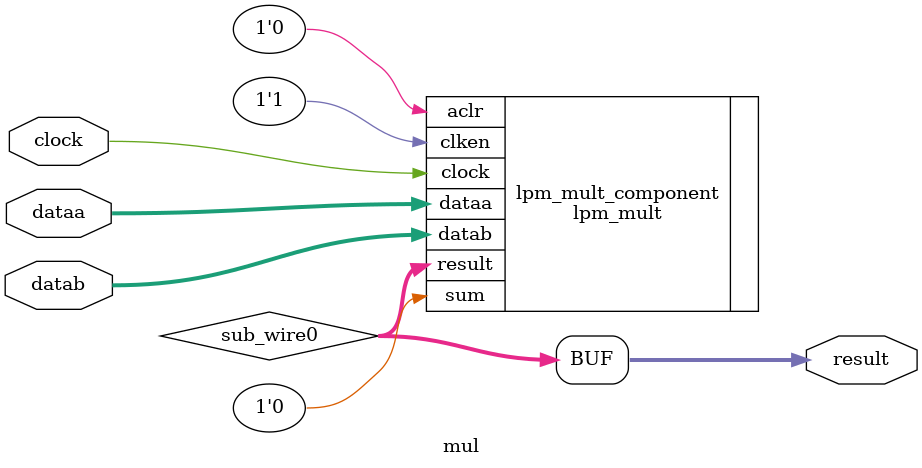
<source format=v>
module mul (
	clock,
	dataa,
	datab,
	result);
	input	  clock;
	input	[9:0]  dataa;
	input	[17:0]  datab;
	output	[9:0]  result;
	wire [9:0] sub_wire0;
	wire [9:0] result = sub_wire0[9:0];
	lpm_mult	lpm_mult_component (
				.clock (clock),
				.dataa (dataa),
				.datab (datab),
				.result (sub_wire0),
				.aclr (1'b0),
				.clken (1'b1),
				.sum (1'b0));
	defparam
		lpm_mult_component.lpm_hint = "DEDICATED_MULTIPLIER_CIRCUITRY=YES,MAXIMIZE_SPEED=5",
		lpm_mult_component.lpm_pipeline = 3,
		lpm_mult_component.lpm_representation = "SIGNED",
		lpm_mult_component.lpm_type = "LPM_MULT",
		lpm_mult_component.lpm_widtha = 10,
		lpm_mult_component.lpm_widthb = 18,
		lpm_mult_component.lpm_widthp = 10;
endmodule
</source>
